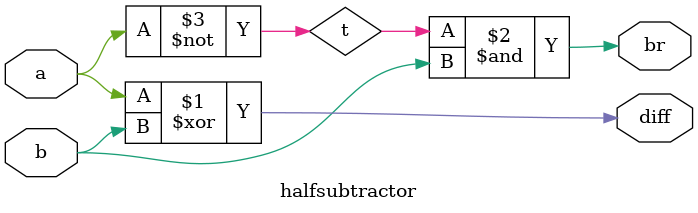
<source format=v>
`timescale 1ns / 1ps
module halfsubtractor(
    input a,
    input b,
    output diff,
    output br
    );
wire t;
xor (diff,a,b);
not (t,a);
and (br,t,b);

endmodule

</source>
